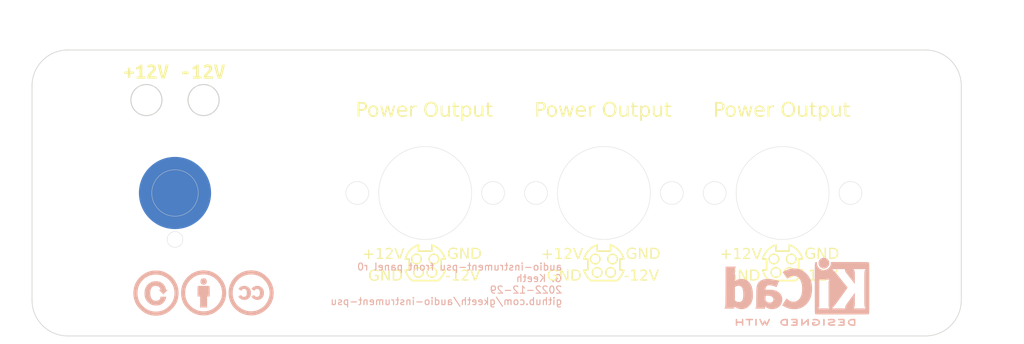
<source format=kicad_pcb>
(kicad_pcb (version 20221018) (generator pcbnew)
  (title_block (title "Front Panel for audio-instrument-psu") (date "${date}") (rev "${rev}") (company "G. Keeth"))
  (layers (0 "F.Cu" signal) (31 "B.Cu" signal) (34 "B.Paste" user) (35 "F.Paste" user) (36 "B.SilkS" user "B.Silkscreen") (37 "F.SilkS" user "F.Silkscreen") (38 "B.Mask" user) (39 "F.Mask" user) (44 "Edge.Cuts" user))
  (property "date" "2022-12-29")
  (property "rev" "0")
  (net 0 "")
  (footprint "kibuzzard-63AE22F5" (layer "F.Cu") (at 86 68)
    (fp_text reference "kibuzzard-63AE22F5" hide)
    (fp_text value "G***" hide)
  )
  (footprint "Panel_Cutouts:power-din-4" (layer "F.Cu") (at 175 95)
    (fp_text reference "svg2mod" hide)
    (fp_text value "G***" hide)
  )
  (footprint "MountingHole:MountingHole_4.3mm_M4" (layer "F.Cu") (at 75 100)
    (fp_text reference "REF**" hide)
    (fp_text value "MountingHole_4.3mm_M4")
    (pad "" np_thru_hole circle (at 0 0) (size 4.3 4.3) (drill 4.3) (layers *.Cu *.Mask))
  )
  (footprint "Panel_Cutouts:power-din-4" (layer "F.Cu") (at 125 95)
    (fp_text reference "svg2mod" hide)
    (fp_text value "G***" hide)
  )
  (footprint "MountingHole:MountingHole_4.3mm_M4" (layer "F.Cu") (at 195 70)
    (fp_text reference "REF**" hide)
    (fp_text value "MountingHole_4.3mm_M4")
    (pad "" np_thru_hole circle (at 0 0) (size 4.3 4.3) (drill 4.3) (layers *.Cu *.Mask))
  )
  (footprint "Panel_Cutouts:Panel_LED_Lumex_SSI-LXH312ID-150" (layer "F.Cu") (at 86 72)
    (fp_text reference "REF**" hide)
    (fp_text value "Panel_LED_Lumex_SSI-LXH312ID-150")
    (fp_circle (center 0 0) (end 2.175 0) (stroke (width 0.15)) (fill none) (layer "Edge.Cuts"))
  )
  (footprint "kibuzzard-63AE2311" (layer "F.Cu") (at 94 68)
    (fp_text reference "kibuzzard-63AE2311" hide)
    (fp_text value "G***" hide)
  )
  (footprint "Panel_Cutouts:power-din-4" (layer "F.Cu") (at 150 95)
    (fp_text reference "svg2mod" hide)
    (fp_text value "G***" hide)
  )
  (footprint "Panel_Cutouts:Panel_Power-DIN_Kycon_KPJX-PM" (layer "F.Cu") (at 125 85)
    (fp_text reference "REF**" hide)
    (fp_text value "Panel_Power-DIN_Kycon_KPJX-PM")
    (fp_circle (center -9.5 0) (end -7.9 0) (stroke (width 0.05)) (fill none) (layer "Edge.Cuts"))
    (fp_circle (center 0 0) (end 6.5 0) (stroke (width 0.05)) (fill none) (layer "Edge.Cuts"))
    (fp_circle (center 9.5 0) (end 11.1 0) (stroke (width 0.05)) (fill none) (layer "Edge.Cuts"))
  )
  (footprint "Panel_Cutouts:Panel_Power-DIN_Kycon_KPJX-PM" (layer "F.Cu") (at 150 85)
    (fp_text reference "REF**" hide)
    (fp_text value "Panel_Power-DIN_Kycon_KPJX-PM")
    (fp_circle (center -9.5 0) (end -7.9 0) (stroke (width 0.05)) (fill none) (layer "Edge.Cuts"))
    (fp_circle (center 0 0) (end 6.5 0) (stroke (width 0.05)) (fill none) (layer "Edge.Cuts"))
    (fp_circle (center 9.5 0) (end 11.1 0) (stroke (width 0.05)) (fill none) (layer "Edge.Cuts"))
  )
  (footprint "MountingHole:MountingHole_4.3mm_M4" (layer "F.Cu") (at 75 70)
    (fp_text reference "REF**" hide)
    (fp_text value "MountingHole_4.3mm_M4")
    (pad "" np_thru_hole circle (at 0 0) (size 4.3 4.3) (drill 4.3) (layers *.Cu *.Mask))
  )
  (footprint "Panel_Cutouts:Panel_SW_Toggle_NKK_M20xxxS1" (layer "F.Cu") (at 90 85)
    (fp_text reference "REF**" hide)
    (fp_text value "Panel_SW_Toggle_NKK_M20xxxS1")
    (fp_circle (center 0 0) (end 5 0) (stroke (width 0.1)) (fill solid) (layer "B.Cu"))
    (fp_circle (center 0 0) (end 3.25 0) (stroke (width 0.05)) (fill none) (layer "Edge.Cuts"))
    (fp_circle (center 0 6.5) (end 1.1 6.5) (stroke (width 0.05)) (fill none) (layer "Edge.Cuts"))
  )
  (footprint "Panel_Cutouts:Panel_Power-DIN_Kycon_KPJX-PM" (layer "F.Cu") (at 175 85)
    (fp_text reference "REF**" hide)
    (fp_text value "Panel_Power-DIN_Kycon_KPJX-PM")
    (fp_circle (center -9.5 0) (end -7.9 0) (stroke (width 0.05)) (fill none) (layer "Edge.Cuts"))
    (fp_circle (center 0 0) (end 6.5 0) (stroke (width 0.05)) (fill none) (layer "Edge.Cuts"))
    (fp_circle (center 9.5 0) (end 11.1 0) (stroke (width 0.05)) (fill none) (layer "Edge.Cuts"))
  )
  (footprint "Panel_Cutouts:Panel_LED_Lumex_SSI-LXH312ID-150" (layer "F.Cu") (at 94 72)
    (fp_text reference "REF**" hide)
    (fp_text value "Panel_LED_Lumex_SSI-LXH312ID-150")
    (fp_circle (center 0 0) (end 2.175 0) (stroke (width 0.15)) (fill none) (layer "Edge.Cuts"))
  )
  (footprint "MountingHole:MountingHole_4.3mm_M4" (layer "F.Cu") (at 195 100)
    (fp_text reference "REF**" hide)
    (fp_text value "MountingHole_4.3mm_M4")
    (pad "" np_thru_hole circle (at 0 0) (size 4.3 4.3) (drill 4.3) (layers *.Cu *.Mask))
  )
  (footprint "Symbol_CreativeCommons:CC-BY-SA_SilkScreenTop_Medium" (layer "B.Cu") (at 94 99 180)
    (fp_text reference "G***" hide)
    (fp_text value "LOGO" hide)
  )
  (footprint "Symbol:KiCad-Logo2_8mm_SilkScreen" (layer "B.Cu") (at 177 98 180)
    (fp_text reference "REF**" hide)
    (fp_text value "KiCad-Logo2_8mm_SilkScreen" hide)
  )
  (gr_line locked (start 200 70) (end 200 100) (stroke (width 0.1)) (layer "Edge.Cuts"))
  (gr_line locked (start 195 105) (end 75 105) (stroke (width 0.1)) (layer "Edge.Cuts"))
  (gr_line locked (start 70 100) (end 70 70) (stroke (width 0.1)) (layer "Edge.Cuts"))
  (gr_arc locked (start 200 100) (mid 198.535534 103.535534) (end 195 105) (stroke (width 0.1)) (layer "Edge.Cuts"))
  (gr_arc locked (start 195 65) (mid 198.535534 66.464466) (end 200 70) (stroke (width 0.1)) (layer "Edge.Cuts"))
  (gr_arc locked (start 75 105) (mid 71.464466 103.535534) (end 70 100) (stroke (width 0.1)) (layer "Edge.Cuts"))
  (gr_line locked (start 75 65) (end 195 65) (stroke (width 0.1)) (layer "Edge.Cuts"))
  (gr_arc locked (start 70 70) (mid 71.464466 66.464466) (end 75 65) (stroke (width 0.1)) (layer "Edge.Cuts"))
  (gr_text_box "audio-instrument-psu front panel r${rev}\nG. Keeth\n${date}\ngithub.com/gkeeth/audio-instrument-psu" (start 113 94) (end 145 103) (layer "B.SilkS") (effects (font (size 1 1)) (justify left top mirror)))
)
</source>
